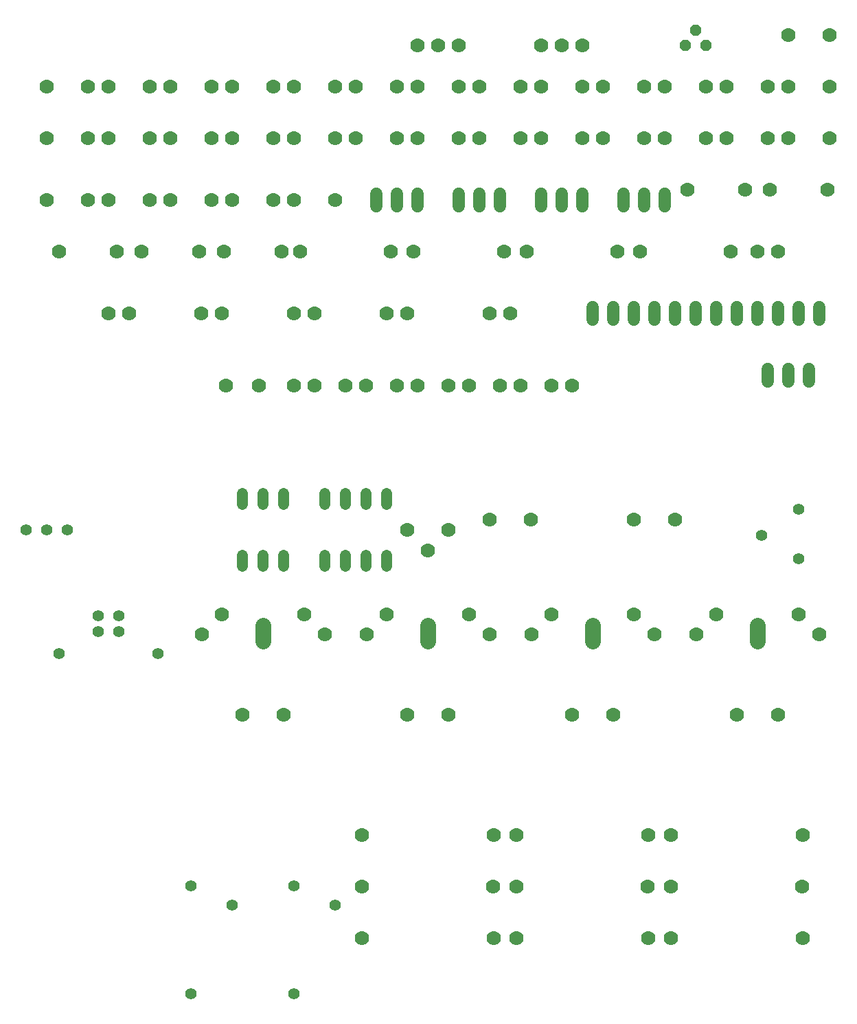
<source format=gbl>
G75*
%MOIN*%
%OFA0B0*%
%FSLAX25Y25*%
%IPPOS*%
%LPD*%
%AMOC8*
5,1,8,0,0,1.08239X$1,22.5*
%
%ADD10C,0.07000*%
%ADD11C,0.05543*%
%ADD12C,0.07800*%
%ADD13C,0.06000*%
%ADD14OC8,0.05200*%
%ADD15C,0.05200*%
D10*
X0173848Y0078126D03*
X0174045Y0103126D03*
X0237825Y0103126D03*
X0249045Y0103126D03*
X0248848Y0078126D03*
X0237628Y0078126D03*
X0237825Y0053126D03*
X0249045Y0053126D03*
X0312825Y0053126D03*
X0324045Y0053126D03*
X0323848Y0078126D03*
X0312628Y0078126D03*
X0312825Y0103126D03*
X0324045Y0103126D03*
X0387825Y0103126D03*
X0387628Y0078126D03*
X0387825Y0053126D03*
X0174045Y0053126D03*
X0195935Y0161315D03*
X0215935Y0161315D03*
X0275935Y0161315D03*
X0295935Y0161315D03*
X0355935Y0161315D03*
X0375935Y0161315D03*
X0395935Y0200528D03*
X0385935Y0210134D03*
X0345935Y0210134D03*
X0336329Y0200528D03*
X0315935Y0200528D03*
X0305935Y0210134D03*
X0265935Y0210134D03*
X0256329Y0200528D03*
X0235935Y0200528D03*
X0225935Y0210134D03*
X0185935Y0210134D03*
X0176329Y0200528D03*
X0155935Y0200528D03*
X0145935Y0210134D03*
X0105935Y0210134D03*
X0096329Y0200528D03*
X0115935Y0161315D03*
X0135935Y0161315D03*
X0205935Y0241000D03*
X0195935Y0251000D03*
X0215935Y0251000D03*
X0235935Y0256000D03*
X0255935Y0256000D03*
X0305935Y0256000D03*
X0325935Y0256000D03*
X0275935Y0321000D03*
X0265935Y0321000D03*
X0250935Y0321000D03*
X0240935Y0321000D03*
X0225935Y0321000D03*
X0215935Y0321000D03*
X0200935Y0321000D03*
X0190935Y0321000D03*
X0175935Y0321000D03*
X0165935Y0321000D03*
X0150935Y0321000D03*
X0140935Y0321000D03*
X0123935Y0321000D03*
X0107935Y0321000D03*
X0105935Y0356000D03*
X0095935Y0356000D03*
X0060935Y0356000D03*
X0050935Y0356000D03*
X0054935Y0386000D03*
X0066935Y0386000D03*
X0094935Y0386000D03*
X0106935Y0386000D03*
X0134935Y0386000D03*
X0143935Y0386000D03*
X0187935Y0386000D03*
X0198935Y0386000D03*
X0242935Y0386000D03*
X0253935Y0386000D03*
X0297935Y0386000D03*
X0308935Y0386000D03*
X0352935Y0386000D03*
X0365935Y0386000D03*
X0375935Y0386000D03*
X0371935Y0416000D03*
X0359935Y0416000D03*
X0331935Y0416000D03*
X0340935Y0441000D03*
X0350935Y0441000D03*
X0370935Y0441000D03*
X0380935Y0441000D03*
X0400935Y0441000D03*
X0400935Y0466000D03*
X0380935Y0466000D03*
X0370935Y0466000D03*
X0350935Y0466000D03*
X0340935Y0466000D03*
X0320935Y0466000D03*
X0310935Y0466000D03*
X0290935Y0466000D03*
X0280935Y0466000D03*
X0260935Y0466000D03*
X0250935Y0466000D03*
X0230935Y0466000D03*
X0220935Y0466000D03*
X0200935Y0466000D03*
X0190935Y0466000D03*
X0170935Y0466000D03*
X0160935Y0466000D03*
X0140935Y0466000D03*
X0130935Y0466000D03*
X0110935Y0466000D03*
X0100935Y0466000D03*
X0080935Y0466000D03*
X0070935Y0466000D03*
X0050935Y0466000D03*
X0040935Y0466000D03*
X0020935Y0466000D03*
X0020935Y0441000D03*
X0040935Y0441000D03*
X0050935Y0441000D03*
X0070935Y0441000D03*
X0080935Y0441000D03*
X0100935Y0441000D03*
X0110935Y0441000D03*
X0130935Y0441000D03*
X0140935Y0441000D03*
X0160935Y0441000D03*
X0170935Y0441000D03*
X0190935Y0441000D03*
X0200935Y0441000D03*
X0220935Y0441000D03*
X0230935Y0441000D03*
X0250935Y0441000D03*
X0260935Y0441000D03*
X0280935Y0441000D03*
X0290935Y0441000D03*
X0310935Y0441000D03*
X0320935Y0441000D03*
X0399935Y0416000D03*
X0280935Y0486000D03*
X0270935Y0486000D03*
X0260935Y0486000D03*
X0220935Y0486000D03*
X0210935Y0486000D03*
X0200935Y0486000D03*
X0160935Y0411000D03*
X0140935Y0411000D03*
X0130935Y0411000D03*
X0110935Y0411000D03*
X0100935Y0411000D03*
X0080935Y0411000D03*
X0070935Y0411000D03*
X0050935Y0411000D03*
X0040935Y0411000D03*
X0020935Y0411000D03*
X0026935Y0386000D03*
X0140935Y0356000D03*
X0150935Y0356000D03*
X0185935Y0356000D03*
X0195935Y0356000D03*
X0235935Y0356000D03*
X0245935Y0356000D03*
X0380935Y0491000D03*
X0400935Y0491000D03*
D11*
X0090935Y0026000D03*
X0140935Y0026000D03*
X0160935Y0069000D03*
X0140935Y0078400D03*
X0110935Y0069000D03*
X0090935Y0078400D03*
X0074935Y0191000D03*
X0055856Y0201669D03*
X0055856Y0209543D03*
X0046014Y0209543D03*
X0046014Y0201669D03*
X0026935Y0191000D03*
X0030935Y0251000D03*
X0020935Y0251000D03*
X0010935Y0251000D03*
X0367825Y0248236D03*
X0385935Y0237000D03*
X0385935Y0261000D03*
D12*
X0365935Y0204821D02*
X0365935Y0197021D01*
X0285935Y0197021D02*
X0285935Y0204821D01*
X0205935Y0204821D02*
X0205935Y0197021D01*
X0125935Y0197021D02*
X0125935Y0204821D01*
D13*
X0370935Y0323000D02*
X0370935Y0329000D01*
X0380935Y0329000D02*
X0380935Y0323000D01*
X0390935Y0323000D02*
X0390935Y0329000D01*
X0385935Y0353000D02*
X0385935Y0359000D01*
X0375935Y0359000D02*
X0375935Y0353000D01*
X0365935Y0353000D02*
X0365935Y0359000D01*
X0355935Y0359000D02*
X0355935Y0353000D01*
X0345935Y0353000D02*
X0345935Y0359000D01*
X0335935Y0359000D02*
X0335935Y0353000D01*
X0325935Y0353000D02*
X0325935Y0359000D01*
X0315935Y0359000D02*
X0315935Y0353000D01*
X0305935Y0353000D02*
X0305935Y0359000D01*
X0295935Y0359000D02*
X0295935Y0353000D01*
X0285935Y0353000D02*
X0285935Y0359000D01*
X0280935Y0408000D02*
X0280935Y0414000D01*
X0270935Y0414000D02*
X0270935Y0408000D01*
X0260935Y0408000D02*
X0260935Y0414000D01*
X0240935Y0414000D02*
X0240935Y0408000D01*
X0230935Y0408000D02*
X0230935Y0414000D01*
X0220935Y0414000D02*
X0220935Y0408000D01*
X0200935Y0408000D02*
X0200935Y0414000D01*
X0190935Y0414000D02*
X0190935Y0408000D01*
X0180935Y0408000D02*
X0180935Y0414000D01*
X0300935Y0414000D02*
X0300935Y0408000D01*
X0310935Y0408000D02*
X0310935Y0414000D01*
X0320935Y0414000D02*
X0320935Y0408000D01*
X0395935Y0359000D02*
X0395935Y0353000D01*
D14*
X0340935Y0486000D03*
X0330935Y0486000D03*
X0335935Y0493500D03*
D15*
X0185935Y0268600D02*
X0185935Y0263400D01*
X0175935Y0263400D02*
X0175935Y0268600D01*
X0165935Y0268600D02*
X0165935Y0263400D01*
X0155935Y0263400D02*
X0155935Y0268600D01*
X0135935Y0268600D02*
X0135935Y0263400D01*
X0125935Y0263400D02*
X0125935Y0268600D01*
X0115935Y0268600D02*
X0115935Y0263400D01*
X0115935Y0238600D02*
X0115935Y0233400D01*
X0125935Y0233400D02*
X0125935Y0238600D01*
X0135935Y0238600D02*
X0135935Y0233400D01*
X0155935Y0233400D02*
X0155935Y0238600D01*
X0165935Y0238600D02*
X0165935Y0233400D01*
X0175935Y0233400D02*
X0175935Y0238600D01*
X0185935Y0238600D02*
X0185935Y0233400D01*
M02*

</source>
